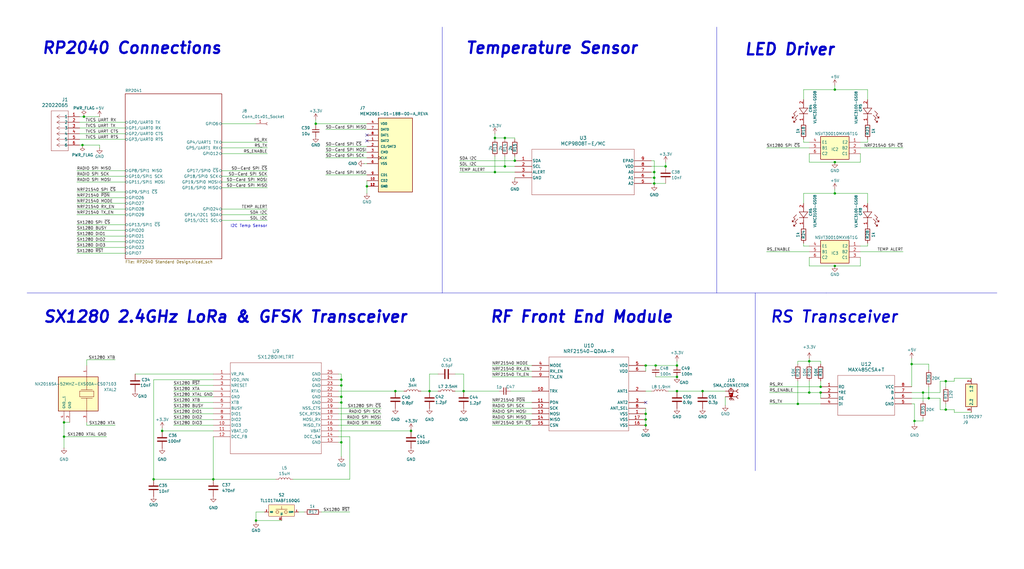
<source format=kicad_sch>
(kicad_sch (version 20231120) (generator "eeschema") (generator_version "8.0")
  (paper "User" 457.2 254)
  (title_block (title "Ground Communication System") (date "2024-12-17") (company "Porto Space Team") (comment 1 "Miguel Amorim"))
  (junction (at 163.83 83.185))
  (junction (at 412.115 175.26))
  (junction (at 292.1 81.915))
  (junction (at 292.1 79.375))
  (junction (at 302.26 168.275))
  (junction (at 72.39 192.405))
  (junction (at 220.98 61.595))
  (junction (at 366.395 172.72))
  (junction (at 408.305 187.96))
  (junction (at 28.575 194.945))
  (junction (at 152.4 179.705))
  (junction (at 297.18 74.295))
  (junction (at 37.465 52.07))
  (junction (at 372.745 40.005))
  (junction (at 372.745 118.745))
  (junction (at 361.315 175.26))
  (junction (at 288.29 184.785))
  (junction (at 302.26 174.625))
  (junction (at 183.515 192.405))
  (junction (at 152.4 169.545))
  (junction (at 372.745 86.36))
  (junction (at 422.275 182.88))
  (junction (at 140.97 55.245))
  (junction (at 288.29 187.325))
  (junction (at 207.01 174.625))
  (junction (at 292.1 76.835))
  (junction (at 225.425 61.595))
  (junction (at 313.69 174.625))
  (junction (at 95.25 213.995))
  (junction (at 28.575 188.595))
  (junction (at 220.98 76.835))
  (junction (at 176.53 174.625))
  (junction (at 152.4 177.165))
  (junction (at 302.26 163.195))
  (junction (at 356.235 180.34))
  (junction (at 366.395 175.26))
  (junction (at 292.735 163.195))
  (junction (at 288.29 163.195))
  (junction (at 191.77 174.625))
  (junction (at 68.58 213.995))
  (junction (at 152.4 172.085))
  (junction (at 36.83 64.77))
  (junction (at 225.425 74.295))
  (junction (at 152.4 197.485))
  (junction (at 422.275 170.18))
  (junction (at 288.29 189.865))
  (junction (at 361.315 161.29))
  (junction (at 372.745 72.39))
  (junction (at 414.655 177.8))
  (junction (at 407.035 162.56))
  (junction (at 114.3 232.41))
  (junction (at 229.87 71.755))
  (no_connect (at 163.83 60.325))
  (no_connect (at 288.29 179.705))
  (no_connect (at 163.83 62.865))
  (wire (pts (xy 55.88 107.95) (xy 34.29 107.95)))
  (polyline (pts (xy 337.185 130.81) (xy 337.185 210.185)))
  (wire (pts (xy 130.81 213.995) (xy 156.21 213.995)))
  (wire (pts (xy 55.88 113.03) (xy 34.29 113.03)))
  (wire (pts (xy 343.535 172.72) (xy 366.395 172.72)))
  (wire (pts (xy 207.01 174.625) (xy 222.885 174.625)))
  (wire (pts (xy 297.18 72.39) (xy 297.18 74.295)))
  (wire (pts (xy 288.29 174.625) (xy 290.83 174.625)))
  (wire (pts (xy 151.13 194.945) (xy 156.21 194.945)))
  (wire (pts (xy 219.71 182.245) (xy 237.49 182.245)))
  (wire (pts (xy 35.56 64.77) (xy 36.83 64.77)))
  (wire (pts (xy 433.705 168.91) (xy 426.085 168.91)))
  (wire (pts (xy 387.35 62.23) (xy 387.35 63.5)))
  (wire (pts (xy 99.06 78.74) (xy 119.38 78.74)))
  (wire (pts (xy 225.425 61.595) (xy 225.425 62.23)))
  (wire (pts (xy 290.83 74.295) (xy 297.18 74.295)))
  (wire (pts (xy 34.29 93.345) (xy 55.88 93.345)))
  (wire (pts (xy 123.19 213.995) (xy 95.25 213.995)))
  (wire (pts (xy 372.745 86.36) (xy 387.35 86.36)))
  (wire (pts (xy 292.1 79.375) (xy 290.83 79.375)))
  (wire (pts (xy 145.415 70.485) (xy 163.83 70.485)))
  (wire (pts (xy 203.2 174.625) (xy 207.01 174.625)))
  (wire (pts (xy 114.3 232.41) (xy 125.73 232.41)))
  (wire (pts (xy 313.69 174.625) (xy 323.85 174.625)))
  (wire (pts (xy 151.13 189.865) (xy 170.18 189.865)))
  (wire (pts (xy 227.965 174.625) (xy 237.49 174.625)))
  (wire (pts (xy 145.415 65.405) (xy 163.83 65.405)))
  (wire (pts (xy 34.29 76.2) (xy 55.88 76.2)))
  (wire (pts (xy 407.035 180.34) (xy 408.305 180.34)))
  (wire (pts (xy 162.56 73.025) (xy 163.83 73.025)))
  (wire (pts (xy 219.71 165.735) (xy 237.49 165.735)))
  (wire (pts (xy 220.98 76.835) (xy 229.87 76.835)))
  (wire (pts (xy 99.06 68.58) (xy 119.38 68.58)))
  (wire (pts (xy 35.56 52.07) (xy 37.465 52.07)))
  (polyline (pts (xy 368.935 130.81) (xy 445.135 130.81)))
  (wire (pts (xy 28.575 188.595) (xy 28.575 194.945)))
  (wire (pts (xy 361.315 161.29) (xy 361.315 160.02)))
  (wire (pts (xy 372.745 38.1) (xy 372.745 40.005)))
  (wire (pts (xy 361.315 161.29) (xy 366.395 161.29)))
  (wire (pts (xy 288.29 187.325) (xy 288.29 189.865)))
  (wire (pts (xy 95.25 213.995) (xy 95.25 194.945)))
  (wire (pts (xy 372.745 40.005) (xy 387.35 40.005)))
  (wire (pts (xy 191.77 174.625) (xy 191.77 167.005)))
  (wire (pts (xy 119.38 93.345) (xy 99.06 93.345)))
  (wire (pts (xy 356.235 170.18) (xy 356.235 180.34)))
  (wire (pts (xy 55.88 105.41) (xy 34.29 105.41)))
  (wire (pts (xy 358.775 63.5) (xy 361.315 63.5)))
  (wire (pts (xy 298.45 174.625) (xy 302.26 174.625)))
  (wire (pts (xy 28.575 194.945) (xy 47.625 194.945)))
  (wire (pts (xy 203.2 167.005) (xy 207.01 167.005)))
  (wire (pts (xy 356.235 162.56) (xy 356.235 161.29)))
  (wire (pts (xy 220.98 61.595) (xy 225.425 61.595)))
  (wire (pts (xy 414.655 165.1) (xy 414.655 162.56)))
  (wire (pts (xy 361.315 118.745) (xy 372.745 118.745)))
  (wire (pts (xy 34.29 90.805) (xy 55.88 90.805)))
  (wire (pts (xy 387.35 40.005) (xy 387.35 44.45)))
  (wire (pts (xy 152.4 172.085) (xy 152.4 177.165)))
  (wire (pts (xy 292.1 81.915) (xy 297.18 81.915)))
  (wire (pts (xy 292.1 76.835) (xy 292.1 79.375)))
  (wire (pts (xy 407.035 177.8) (xy 414.655 177.8)))
  (wire (pts (xy 152.4 179.705) (xy 152.4 197.485)))
  (wire (pts (xy 187.96 174.625) (xy 191.77 174.625)))
  (wire (pts (xy 366.395 170.18) (xy 366.395 172.72)))
  (wire (pts (xy 288.29 189.865) (xy 288.29 190.5)))
  (wire (pts (xy 44.45 64.77) (xy 44.45 66.04)))
  (wire (pts (xy 114.3 228.6) (xy 118.11 228.6)))
  (wire (pts (xy 163.83 83.185) (xy 163.83 80.645)))
  (wire (pts (xy 35.56 62.23) (xy 55.88 62.23)))
  (wire (pts (xy 343.535 175.26) (xy 361.315 175.26)))
  (wire (pts (xy 412.115 187.96) (xy 412.115 186.69)))
  (wire (pts (xy 156.21 194.945) (xy 156.21 213.995)))
  (wire (pts (xy 207.01 167.005) (xy 207.01 174.625)))
  (wire (pts (xy 34.29 78.74) (xy 55.88 78.74)))
  (wire (pts (xy 68.58 169.545) (xy 68.58 213.995)))
  (wire (pts (xy 205.105 74.295) (xy 225.425 74.295)))
  (polyline (pts (xy 197.485 12.065) (xy 197.485 130.81)))
  (wire (pts (xy 72.39 192.405) (xy 95.25 192.405)))
  (wire (pts (xy 60.325 167.005) (xy 95.25 167.005)))
  (wire (pts (xy 426.085 184.15) (xy 426.085 182.88)))
  (wire (pts (xy 414.655 172.72) (xy 414.655 177.8)))
  (wire (pts (xy 151.13 167.005) (xy 152.4 167.005)))
  (wire (pts (xy 422.275 170.18) (xy 422.275 172.72)))
  (wire (pts (xy 145.415 67.945) (xy 163.83 67.945)))
  (wire (pts (xy 229.87 61.595) (xy 229.87 62.23)))
  (wire (pts (xy 407.035 162.56) (xy 407.035 172.72)))
  (wire (pts (xy 151.13 179.705) (xy 152.4 179.705)))
  (wire (pts (xy 205.105 71.755) (xy 229.87 71.755)))
  (wire (pts (xy 205.105 76.835) (xy 220.98 76.835)))
  (wire (pts (xy 77.47 187.325) (xy 95.25 187.325)))
  (wire (pts (xy 114.3 233.045) (xy 114.3 232.41)))
  (wire (pts (xy 358.775 62.23) (xy 358.775 63.5)))
  (wire (pts (xy 384.175 72.39) (xy 384.175 68.58)))
  (polyline (pts (xy 320.04 12.065) (xy 320.04 130.81)))
  (wire (pts (xy 361.315 175.26) (xy 366.395 175.26)))
  (wire (pts (xy 151.13 172.085) (xy 152.4 172.085)))
  (wire (pts (xy 37.465 52.07) (xy 44.45 52.07)))
  (wire (pts (xy 28.575 188.595) (xy 31.115 188.595)))
  (wire (pts (xy 99.06 81.28) (xy 119.38 81.28)))
  (wire (pts (xy 358.775 108.585) (xy 358.775 109.855)))
  (wire (pts (xy 133.35 228.6) (xy 135.89 228.6)))
  (wire (pts (xy 55.88 110.49) (xy 34.29 110.49)))
  (wire (pts (xy 151.13 169.545) (xy 152.4 169.545)))
  (wire (pts (xy 151.13 177.165) (xy 152.4 177.165)))
  (wire (pts (xy 151.13 182.245) (xy 170.18 182.245)))
  (wire (pts (xy 77.47 177.165) (xy 95.25 177.165)))
  (wire (pts (xy 419.735 175.26) (xy 419.735 170.18)))
  (wire (pts (xy 38.735 189.865) (xy 51.435 189.865)))
  (wire (pts (xy 191.77 167.005) (xy 195.58 167.005)))
  (wire (pts (xy 361.315 66.04) (xy 342.265 66.04)))
  (wire (pts (xy 292.735 163.195) (xy 302.26 163.195)))
  (wire (pts (xy 220.98 76.835) (xy 220.98 69.85)))
  (wire (pts (xy 408.305 187.96) (xy 408.305 189.23)))
  (wire (pts (xy 163.83 83.185) (xy 163.83 86.36)))
  (wire (pts (xy 140.97 55.245) (xy 163.83 55.245)))
  (wire (pts (xy 358.775 109.855) (xy 361.315 109.855)))
  (wire (pts (xy 151.13 192.405) (xy 183.515 192.405)))
  (wire (pts (xy 145.415 57.785) (xy 163.83 57.785)))
  (wire (pts (xy 356.235 180.34) (xy 366.395 180.34)))
  (wire (pts (xy 151.13 187.325) (xy 170.18 187.325)))
  (wire (pts (xy 219.71 163.195) (xy 237.49 163.195)))
  (wire (pts (xy 414.655 162.56) (xy 407.035 162.56)))
  (wire (pts (xy 152.4 177.165) (xy 152.4 179.705)))
  (wire (pts (xy 426.085 170.18) (xy 422.275 170.18)))
  (wire (pts (xy 151.13 184.785) (xy 170.18 184.785)))
  (wire (pts (xy 219.71 168.275) (xy 237.49 168.275)))
  (wire (pts (xy 229.87 71.755) (xy 229.87 69.85)))
  (wire (pts (xy 151.13 174.625) (xy 176.53 174.625)))
  (wire (pts (xy 99.06 63.5) (xy 119.38 63.5)))
  (wire (pts (xy 366.395 175.26) (xy 366.395 177.8)))
  (wire (pts (xy 412.115 175.26) (xy 419.735 175.26)))
  (wire (pts (xy 77.47 179.705) (xy 95.25 179.705)))
  (wire (pts (xy 68.58 169.545) (xy 95.25 169.545)))
  (wire (pts (xy 99.06 83.82) (xy 119.38 83.82)))
  (wire (pts (xy 433.705 184.15) (xy 426.085 184.15)))
  (wire (pts (xy 35.56 57.15) (xy 55.88 57.15)))
  (wire (pts (xy 408.305 187.96) (xy 412.115 187.96)))
  (wire (pts (xy 225.425 69.85) (xy 225.425 74.295)))
  (wire (pts (xy 387.35 63.5) (xy 384.175 63.5)))
  (wire (pts (xy 152.4 169.545) (xy 152.4 172.085)))
  (wire (pts (xy 288.29 163.195) (xy 292.735 163.195)))
  (wire (pts (xy 119.38 98.425) (xy 99.06 98.425)))
  (wire (pts (xy 219.71 189.865) (xy 237.49 189.865)))
  (wire (pts (xy 356.235 161.29) (xy 361.315 161.29)))
  (wire (pts (xy 152.4 167.005) (xy 152.4 169.545)))
  (wire (pts (xy 191.77 174.625) (xy 195.58 174.625)))
  (wire (pts (xy 384.175 118.745) (xy 384.175 114.935)))
  (wire (pts (xy 290.83 71.755) (xy 292.1 71.755)))
  (wire (pts (xy 220.98 61.595) (xy 220.98 62.23)))
  (wire (pts (xy 35.56 59.69) (xy 55.88 59.69)))
  (wire (pts (xy 151.13 197.485) (xy 152.4 197.485)))
  (wire (pts (xy 422.275 180.34) (xy 422.275 182.88)))
  (wire (pts (xy 288.29 163.195) (xy 288.29 165.735)))
  (wire (pts (xy 38.735 163.195) (xy 38.735 160.655)))
  (wire (pts (xy 361.315 112.395) (xy 342.265 112.395)))
  (wire (pts (xy 34.29 100.33) (xy 55.88 100.33)))
  (wire (pts (xy 387.35 109.855) (xy 384.175 109.855)))
  (wire (pts (xy 403.225 66.04) (xy 384.175 66.04)))
  (wire (pts (xy 140.97 53.34) (xy 140.97 55.245)))
  (wire (pts (xy 219.71 179.705) (xy 237.49 179.705)))
  (wire (pts (xy 143.51 228.6) (xy 156.21 228.6)))
  (wire (pts (xy 288.29 184.785) (xy 288.29 187.325)))
  (wire (pts (xy 35.56 54.61) (xy 55.88 54.61)))
  (wire (pts (xy 34.29 85.725) (xy 55.88 85.725)))
  (wire (pts (xy 372.745 118.745) (xy 384.175 118.745)))
  (wire (pts (xy 38.735 188.595) (xy 38.735 189.865)))
  (wire (pts (xy 292.1 71.755) (xy 292.1 76.835)))
  (wire (pts (xy 34.29 95.885) (xy 55.88 95.885)))
  (wire (pts (xy 292.1 81.915) (xy 292.1 82.55)))
  (wire (pts (xy 387.35 108.585) (xy 387.35 109.855)))
  (wire (pts (xy 68.58 213.995) (xy 95.25 213.995)))
  (wire (pts (xy 28.575 194.945) (xy 28.575 200.025)))
  (wire (pts (xy 220.98 59.69) (xy 220.98 61.595)))
  (wire (pts (xy 419.735 177.8) (xy 419.735 182.88)))
  (wire (pts (xy 426.085 168.91) (xy 426.085 170.18)))
  (wire (pts (xy 358.775 44.45) (xy 358.775 40.005)))
  (wire (pts (xy 145.415 78.105) (xy 163.83 78.105)))
  (wire (pts (xy 358.775 86.36) (xy 372.745 86.36)))
  (wire (pts (xy 387.35 86.36) (xy 387.35 90.805)))
  (wire (pts (xy 119.38 95.885) (xy 99.06 95.885)))
  (wire (pts (xy 34.29 88.265) (xy 55.88 88.265)))
  (wire (pts (xy 292.1 76.835) (xy 290.83 76.835)))
  (wire (pts (xy 343.535 180.34) (xy 356.235 180.34)))
  (wire (pts (xy 412.115 175.26) (xy 412.115 179.07)))
  (wire (pts (xy 72.39 191.135) (xy 72.39 192.405)))
  (wire (pts (xy 361.315 68.58) (xy 361.315 72.39)))
  (wire (pts (xy 414.655 177.8) (xy 419.735 177.8)))
  (wire (pts (xy 361.315 170.18) (xy 361.315 175.26)))
  (wire (pts (xy 292.1 79.375) (xy 292.1 81.915)))
  (wire (pts (xy 366.395 162.56) (xy 366.395 161.29)))
  (wire (pts (xy 358.775 90.805) (xy 358.775 86.36)))
  (wire (pts (xy 358.775 40.005) (xy 372.745 40.005)))
  (wire (pts (xy 140.97 55.245) (xy 140.97 55.88)))
  (wire (pts (xy 229.87 80.01) (xy 229.87 79.375)))
  (wire (pts (xy 77.47 184.785) (xy 95.25 184.785)))
  (wire (pts (xy 288.29 182.245) (xy 288.29 184.785)))
  (wire (pts (xy 34.29 81.28) (xy 55.88 81.28)))
  (wire (pts (xy 114.3 232.41) (xy 114.3 228.6)))
  (wire (pts (xy 183.515 192.405) (xy 183.515 191.77)))
  (wire (pts (xy 225.425 61.595) (xy 229.87 61.595)))
  (wire (pts (xy 219.71 184.785) (xy 237.49 184.785)))
  (wire (pts (xy 407.035 160.02) (xy 407.035 162.56)))
  (wire (pts (xy 77.47 182.245) (xy 95.25 182.245)))
  (wire (pts (xy 292.735 168.275) (xy 302.26 168.275)))
  (wire (pts (xy 372.745 72.39) (xy 384.175 72.39)))
  (wire (pts (xy 292.1 81.915) (xy 290.83 81.915)))
  (wire (pts (xy 36.83 64.77) (xy 44.45 64.77)))
  (wire (pts (xy 408.305 180.34) (xy 408.305 187.96)))
  (wire (pts (xy 407.035 175.26) (xy 412.115 175.26)))
  (wire (pts (xy 77.47 174.625) (xy 95.25 174.625)))
  (wire (pts (xy 99.06 76.2) (xy 119.38 76.2)))
  (wire (pts (xy 302.26 174.625) (xy 313.69 174.625)))
  (wire (pts (xy 219.71 187.325) (xy 237.49 187.325)))
  (wire (pts (xy 403.225 112.395) (xy 384.175 112.395)))
  (wire (pts (xy 372.745 84.455) (xy 372.745 86.36)))
  (wire (pts (xy 99.06 55.245) (xy 114.3 55.245)))
  (wire (pts (xy 419.735 170.18) (xy 422.275 170.18)))
  (wire (pts (xy 323.85 177.165) (xy 323.85 180.975)))
  (wire (pts (xy 361.315 72.39) (xy 372.745 72.39)))
  (wire (pts (xy 361.315 161.29) (xy 361.315 162.56)))
  (wire (pts (xy 99.06 66.04) (xy 119.38 66.04)))
  (wire (pts (xy 38.735 160.655) (xy 51.435 160.655)))
  (wire (pts (xy 225.425 74.295) (xy 229.87 74.295)))
  (wire (pts (xy 302.26 161.29) (xy 302.26 163.195)))
  (wire (pts (xy 419.735 182.88) (xy 422.275 182.88)))
  (wire (pts (xy 77.47 189.865) (xy 95.25 189.865)))
  (wire (pts (xy 426.085 182.88) (xy 422.275 182.88)))
  (wire (pts (xy 361.315 114.935) (xy 361.315 118.745)))
  (wire (pts (xy 176.53 174.625) (xy 180.34 174.625)))
  (wire (pts (xy 77.47 172.085) (xy 95.25 172.085)))
  (polyline (pts (xy 12.065 130.81) (xy 368.935 130.81)))
  (wire (pts (xy 152.4 197.485) (xy 152.4 203.835)))
  (wire (pts (xy 55.88 102.87) (xy 34.29 102.87)))
  (text "Temperature Sensor" (at 207.645 21.59 0) (effects (font (size 5.08 5.08) (thickness 1.016) (bold yes) (italic yes)) (justify left)))
  (text "LED Driver\n" (at 332.105 22.225 0) (effects (font (size 5.08 5.08) (thickness 1.016) (bold yes) (italic yes)) (justify left)))
  (text "RP2040 Connections" (at 18.415 21.59 0) (effects (font (size 5.08 5.08) (thickness 1.016) (bold yes) (italic yes)) (justify left)))
  (text "SX1280 2.4GHz LoRa & GFSK Transceiver" (at 19.05 141.605 0) (effects (font (size 5.08 5.08) (thickness 1.016) (bold yes) (italic yes)) (justify left)))
  (text "RS Transceiver" (at 343.535 141.605 0) (effects (font (size 5.08 5.08) (thickness 0.8636) (bold yes) (italic yes)) (justify left)))
  (text "RF Front End Module" (at 218.44 141.605 0) (effects (font (size 5.08 5.08) (thickness 1.016) (bold yes) (italic yes)) (justify left)))
  (text "I2C Temp Sensor\n" (at 111.125 100.965 0) (effects (font (size 1.27 1.27))))
  (label "RADIO SPI MOSI" (at 34.29 81.28 0))
  (label "TVCS UART RX" (at 38.1 54.61 0))
  (label "SX1280 DIO1" (at 34.29 105.41 0))
  (label "SX1280 SPI ~{CS}" (at 342.265 66.04 0))
  (label "SX1280 XTB" (at 51.435 160.655 180))
  (label "RADIO SPI MISO" (at 219.71 187.325 0))
  (label "NRF21540 ~{PDN}" (at 34.29 88.265 0))
  (label "TEMP ALERT" (at 119.38 93.345 180))
  (label "RADIO SPI MISO" (at 170.18 189.865 180))
  (label "SX1280 DIO3" (at 34.29 110.49 0))
  (label "SD-Card SPI SCK" (at 145.415 70.485 0))
  (label "SX1280 DIO2" (at 34.29 107.95 0))
  (label "RADIO SPI SCK" (at 34.29 78.74 0))
  (label "SD-Card SPI MISO" (at 145.415 78.105 0))
  (label "RS_ENABLE" (at 343.535 175.26 0))
  (label "SD-Card SPI MISO" (at 119.38 83.82 180))
  (label "SD-Card SPI ~{CS}" (at 119.38 76.2 180))
  (label "NRF21540 ~{PDN}" (at 219.71 179.705 0))
  (label "NRF21540 TX_EN" (at 219.71 168.275 0))
  (label "NRF21540 TX_EN" (at 34.29 95.885 0))
  (label "RADIO SPI SCK" (at 219.71 182.245 0))
  (label "RS_RX" (at 343.535 172.72 0))
  (label "SX1280 SPI ~{CS}" (at 170.18 182.245 180))
  (label "RADIO SPI MOSI" (at 170.18 187.325 180))
  (label "SDL I2C" (at 119.38 98.425 180))
  (label "SX1280 XTB" (at 77.47 179.705 0))
  (label "SD-Card SPI MOSI" (at 145.415 67.945 0))
  (label "SDA I2C" (at 119.38 95.885 180))
  (label "RS_TX" (at 343.535 180.34 0))
  (label "SDA I2C" (at 205.105 71.755 0))
  (label "SX1280 XTA" (at 51.435 189.865 180))
  (label "NRF21540 RX_EN" (at 219.71 165.735 0))
  (label "NRF21540 MODE" (at 219.71 163.195 0))
  (label "TEMP ALERT" (at 205.105 76.835 0))
  (label "RADIO SPI SCK" (at 170.18 184.785 180))
  (label "NRF21540 SPI ~{CS}" (at 219.71 189.865 0))
  (label "SX1280 SPI ~{CS}" (at 34.29 100.33 0))
  (label "RADIO SPI MOSI" (at 219.71 184.785 0))
  (label "NRF21540 MODE" (at 34.29 90.805 0))
  (label "SX1280 ~{RST}" (at 77.47 172.085 0))
  (label "TEMP ALERT" (at 403.225 112.395 180))
  (label "TVCS UART RTS" (at 38.1 62.23 0))
  (label "RS_RX" (at 119.38 63.5 180))
  (label "SX1280 XTAL GND" (at 77.47 177.165 0))
  (label "NRF21540 SPI ~{CS}" (at 403.225 66.04 180))
  (label "SX1280 ~{RST}" (at 156.21 228.6 180))
  (label "RS_ENABLE" (at 119.38 68.58 180))
  (label "TVCS UART CTS" (at 38.1 59.69 0))
  (label "SX1280 XTA" (at 77.47 174.625 0))
  (label "SDL I2C" (at 205.105 74.295 0))
  (label "RS_ENABLE" (at 342.265 112.395 0))
  (label "SX1280 ~{RST}" (at 34.29 113.03 0))
  (label "NRF21540 RX_EN" (at 34.29 93.345 0))
  (label "SD-Card SPI SCK" (at 119.38 78.74 180))
  (label "SX1280 DIO3" (at 77.47 189.865 0))
  (label "SX1280 DIO2" (at 77.47 187.325 0))
  (label "SX1280 DIO1" (at 77.47 184.785 0))
  (label "SD-Card SPI ~{CS}" (at 145.415 65.405 0))
  (label "NRF21540 SPI ~{CS}" (at 34.29 85.725 0))
  (label "SX1280 XTAL GND" (at 47.625 194.945 180))
  (label "RADIO SPI MISO" (at 34.29 76.2 0))
  (label "SD-Card SPI MISO" (at 145.415 57.785 0))
  (label "SD-Card SPI MOSI" (at 119.38 81.28 180))
  (label "RS_TX" (at 119.38 66.04 180))
  (label "TVCS UART TX" (at 38.1 57.15 0))
  (label "SX1280 BUSY" (at 77.47 182.245 0))
  (label "SX1280 BUSY" (at 34.29 102.87 0))
  (symbol (lib_id "Device:L") (at 127 213.995 90) (unit 1)
    (property "Reference" "L5" (at 127 208.915 90))
    (property "Value" "15uH" (at 127 211.455 90))
    (property "Footprint" "Inductor-0805:IND_15uH_0805" (effects (hide yes)))
    (property "Description" "Inductor" (effects (hide yes)))
  )
  (symbol (lib_id "power:GND") (at 183.515 200.025 0) (unit 1)
    (property "Reference" "#PWR073" (effects (hide yes)))
    (property "Value" "GND" (at 183.515 205.105 0))
    (property "Description" "Power symbol creates a global label with name \"GND\" , ground" (effects (hide yes)))
  )
  (symbol (lib_id "power:+5V") (at 372.745 84.455 0) (unit 1)
    (property "Reference" "#PWR02" (effects (hide yes)))
    (property "Value" "+5V" (at 372.745 80.645 0))
    (property "Description" "Power symbol creates a global label with name \"+5V\"" (effects (hide yes)))
  )
  (symbol (lib_id "Device:R") (at 229.87 66.04 0) (unit 1)
    (property "Reference" "R15" (at 229.87 67.945 90) (effects (justify left)))
    (property "Value" "2k" (at 227.965 67.31 90) (effects (justify left)))
    (property "Footprint" "Resistor-0402:RES_0402" (effects (hide yes)))
    (property "Description" "Resistor" (effects (hide yes)))
  )
  (symbol (lib_id "NRF21540-QDAA-R:NRF21540-QDAA-R") (at 237.49 164.465 0) (unit 1)
    (property "Reference" "U10" (at 262.89 154.305 0) (effects (font (size 1.524 1.524))))
    (property "Value" "NRF21540-QDAA-R" (at 262.89 156.845 0) (effects (font (size 1.524 1.524))))
    (property "Footprint" "QFN16_4X4_NOR" (effects (hide yes)))
    (property "Datasheet" "NRF21540-QDAA-R" (effects (hide yes)))
  )
  (symbol (lib_id "MCP9808:MCP9808T-E_MC") (at 229.87 71.755 0) (unit 1)
    (property "Reference" "U3" (at 260.35 61.595 0) (effects (font (size 1.524 1.524))))
    (property "Value" "MCP9808T-E/MC" (at 260.35 64.135 0) (effects (font (size 1.524 1.524))))
    (property "Footprint" "MCP9808-TempSensor:DFN8_2x3MC_MCH" (effects (hide yes)))
    (property "Datasheet" "MCP9808T-E/MC" (effects (hide yes)))
  )
  (symbol (lib_id "Device:R") (at 220.98 66.04 0) (unit 1)
    (property "Reference" "R13" (at 220.98 67.945 90) (effects (justify left)))
    (property "Value" "2k" (at 219.075 67.31 90) (effects (justify left)))
    (property "Footprint" "Resistor-0402:RES_0402" (effects (hide yes)))
    (property "Description" "Resistor" (effects (hide yes)))
  )
  (symbol (lib_id "Device:C_Small") (at 302.26 165.735 0) (unit 1)
    (property "Reference" "C49" (at 304.165 164.465 0) (effects (justify left)))
    (property "Value" "100n" (at 304.165 167.005 0) (effects (justify left)))
    (property "Footprint" "Capacitor-0402:Capacitor_0402" (effects (hide yes)))
    (property "Description" "Unpolarized capacitor, small symbol" (effects (hide yes)))
  )
  (symbol (lib_id "Device:C") (at 302.26 178.435 0) (unit 1)
    (property "Reference" "C50" (at 304.8 177.165 0) (effects (justify left)))
    (property "Value" "0.9p" (at 304.8 179.705 0) (effects (justify left)))
    (property "Footprint" "Capacitor-0402:Capacitor_0402" (effects (hide yes)))
    (property "Description" "Unpolarized capacitor" (effects (hide yes)))
  )
  (symbol (lib_id "Device:C") (at 183.515 196.215 0) (unit 1)
    (property "Reference" "C41" (at 186.055 194.945 0) (effects (justify left)))
    (property "Value" "100nF" (at 186.055 197.485 0) (effects (justify left)))
    (property "Footprint" "Capacitor-0402:Capacitor_0402" (effects (hide yes)))
    (property "Description" "Unpolarized capacitor" (effects (hide yes)))
  )
  (symbol (lib_id "power:+3.3V") (at 72.39 191.135 0) (unit 1)
    (property "Reference" "#PWR059" (effects (hide yes)))
    (property "Value" "+3.3V" (at 72.39 187.325 0))
    (property "Description" "Power symbol creates a global label with name \"+3.3V\"" (effects (hide yes)))
  )
  (symbol (lib_id "power:GND") (at 372.745 72.39 0) (unit 1)
    (property "Reference" "#PWR070" (effects (hide yes)))
    (property "Value" "GND" (at 372.745 76.2 0))
    (property "Description" "Power symbol creates a global label with name \"GND\" , ground" (effects (hide yes)))
  )
  (symbol (lib_id "power:GND") (at 60.325 174.625 0) (unit 1)
    (property "Reference" "#PWR053" (effects (hide yes)))
    (property "Value" "GND" (at 63.627 176.911 0))
    (property "Description" "Power symbol creates a global label with name \"GND\" , ground" (effects (hide yes)))
  )
  (symbol (lib_id "power:GND") (at 313.69 182.245 0) (unit 1)
    (property "Reference" "#PWR086" (effects (hide yes)))
    (property "Value" "GND" (at 313.69 186.055 0))
    (property "Description" "Power symbol creates a global label with name \"GND\" , ground" (effects (hide yes)))
  )
  (symbol (lib_id "Device:R") (at 366.395 166.37 0) (unit 1)
    (property "Reference" "R31" (at 366.395 168.148 90) (effects (justify left)))
    (property "Value" "10K" (at 364.363 168.148 90) (effects (justify left)))
    (property "Footprint" "Resistor-0402:RES_0402" (effects (hide yes)))
    (property "Description" "Resistor" (effects (hide yes)))
  )
  (symbol (lib_id "Device:C_Small") (at 140.97 58.42 0) (mirror y) (unit 1)
    (property "Reference" "C39" (at 138.43 57.15 0) (effects (justify left)))
    (property "Value" "10u" (at 138.43 59.69 0) (effects (justify left)))
    (property "Description" "Unpolarized capacitor, small symbol" (effects (hide yes)))
  )
  (symbol (lib_id "Device:C") (at 176.53 178.435 0) (unit 1)
    (property "Reference" "C40" (at 179.324 177.419 0) (effects (justify left)))
    (property "Value" "0.8pF" (at 179.324 179.959 0) (effects (justify left)))
    (property "Footprint" "Capacitor-0402:Capacitor_0402" (effects (hide yes)))
    (property "Description" "Unpolarized capacitor" (effects (hide yes)))
  )
  (symbol (lib_id "NSVT30010MXV6T1G:NSVT30010MXV6T1G") (at 384.175 109.855 0) (mirror y) (unit 1)
    (property "Reference" "IC3" (at 372.745 113.03 0))
    (property "Value" "NSVT30010MXV6T1G" (at 373.38 106.045 0))
    (property "Footprint" "2 PNP:SOTFL50P160X60-6N" (effects (hide yes)))
    (property "Datasheet" "https://www.onsemi.com/pub/Collateral/NST30010MXV6-D.PDF" (effects (hide yes)))
    (property "Description" "Current Gain Matching to 10%; Base-Emitter Voltage Matched to 2 mV; Drop-In Replacement for Standard Device; These are Pb-Free Devices; S and NSV Prefix for Automotive and Other Applications Requiring Unique Site and Control Change Requirements; AEC-Q101 Qualified and PPAP Capable" (effects (hide yes)))
    (property "Height" "0.6" (effects (hide yes)))
    (property "Mouser Part Number" "863-NSVT30010MXV6T1G" (effects (hide yes)))
    (property "Mouser Price/Stock" "https://www.mouser.co.uk/ProductDetail/onsemi/NSVT30010MXV6T1G?qs=dchgzKpACvKgapfe7pOinw%3D%3D" (effects (hide yes)))
    (property "Manufacturer_Name" "onsemi" (effects (hide yes)))
    (property "Manufacturer_Part_Number" "NSVT30010MXV6T1G" (effects (hide yes)))
  )
  (symbol (lib_id "Device:C") (at 60.325 170.815 0) (unit 1)
    (property "Reference" "C34" (at 63.119 169.545 0) (effects (justify left)))
    (property "Value" "10nF" (at 62.611 172.085 0) (effects (justify left)))
    (property "Footprint" "Capacitor-0402:Capacitor_0402" (effects (hide yes)))
    (property "Description" "Unpolarized capacitor" (effects (hide yes)))
  )
  (symbol (lib_id "power:GND") (at 152.4 203.835 0) (unit 1)
    (property "Reference" "#PWR067" (effects (hide yes)))
    (property "Value" "GND" (at 152.4 207.645 0))
    (property "Description" "Power symbol creates a global label with name \"GND\" , ground" (effects (hide yes)))
  )
  (symbol (lib_id "Device:C") (at 68.58 217.805 0) (unit 1)
    (property "Reference" "C35" (at 70.866 216.789 0) (effects (justify left)))
    (property "Value" "10nF" (at 70.866 219.329 0) (effects (justify left)))
    (property "Footprint" "Capacitor-0402:Capacitor_0402" (effects (hide yes)))
    (property "Description" "Unpolarized capacitor" (effects (hide yes)))
  )
  (symbol (lib_id "Device:C") (at 72.39 196.215 0) (unit 1)
    (property "Reference" "C36" (at 75.184 194.437 0) (effects (justify left)))
    (property "Value" "100nF" (at 74.93 196.977 0) (effects (justify left)))
    (property "Footprint" "Capacitor-0402:Capacitor_0402" (effects (hide yes)))
    (property "Description" "Unpolarized capacitor" (effects (hide yes)))
  )
  (symbol (lib_id "Device:C") (at 207.01 178.435 0) (unit 1)
    (property "Reference" "C44" (at 209.55 177.419 0) (effects (justify left)))
    (property "Value" "1.2pF" (at 209.55 179.959 0) (effects (justify left)))
    (property "Footprint" "Capacitor-0402:Capacitor_0402" (effects (hide yes)))
    (property "Description" "Unpolarized capacitor" (effects (hide yes)))
  )
  (symbol (lib_id "1190297:1190297") (at 432.435 166.37 90) (mirror x) (unit 1)
    (property "Reference" "J9" (at 429.895 188.595 90) (effects (justify right)))
    (property "Value" "1190297" (at 429.895 186.055 90) (effects (justify right)))
    (property "Footprint" "1190297" (effects (hide yes)))
    (property "Datasheet" "https://g.componentsearchengine.com/Datasheets/0/15169004.pdf" (effects (hide yes)))
    (property "Description" "PCB terminal block, nominal current: 24 A, rated voltage (III/2): 400 V, nominal cross section: 2.5 mm2, number of potentials: 2, number of rows: 1, number of positions per row: 2, product range: LPT 2,5/, pitch: 5 mm, connection method: Lever Push-in connection, mounting: Wave soldering, conductor/PCB connection direction: 0 , color: green, Pin layout: Linear pinning, Solder pin [P]: 3.5 mm, type of packaging: packed in cardboard" (effects (hide yes)))
    (property "Height" "23.58" (effects (hide yes)))
    (property "Mouser Part Number" "651-1190297" (effects (hide yes)))
    (property "Mouser Price/Stock" "https://www.mouser.co.uk/ProductDetail/Phoenix-Contact/1190297?qs=QNEnbhJQKvaBinyAO%252BdsFA%3D%3D" (effects (hide yes)))
    (property "Manufacturer_Name" "Phoenix Contact" (effects (hide yes)))
    (property "Manufacturer_Part_Number" "1190297" (effects (hide yes)))
  )
  (symbol (lib_id "power:GND") (at 163.83 86.36 0) (unit 1)
    (property "Reference" "#PWR069" (effects (hide yes)))
    (property "Value" "GND" (at 163.83 90.17 0))
    (property "Description" "Power symbol creates a global label with name \"GND\" , ground" (effects (hide yes)))
  )
  (symbol (lib_id "power:GND") (at 302.26 182.245 0) (unit 1)
    (property "Reference" "#PWR085" (effects (hide yes)))
    (property "Value" "GND" (at 302.26 186.055 0))
    (property "Description" "Power symbol creates a global label with name \"GND\" , ground" (effects (hide yes)))
  )
  (symbol (lib_id "GreenLED__VLMC3100-GS08:VLMC3100-GS08") (at 387.35 90.805 270) (unit 1)
    (property "Reference" "CR8" (at 384.175 92.71 0) (effects (font (size 1.143 1.143)) (justify left)))
    (property "Value" "VLMC3100-GS08" (at 382.27 86.995 0) (effects (font (size 1.143 1.143)) (justify left)))
    (property "Footprint" "LED-Green_VLMC3100-GS08:LED_PLCC_VSMB" (effects (hide yes)))
    (property "Datasheet" "VLMC3100-GS08" (effects (hide yes)))
  )
  (symbol (lib_id "Device:R") (at 361.315 166.37 0) (unit 1)
    (property "Reference" "R30" (at 361.315 168.275 90) (effects (justify left)))
    (property "Value" "10K" (at 359.283 168.148 90) (effects (justify left)))
    (property "Footprint" "Resistor-0402:RES_0402" (effects (hide yes)))
    (property "Description" "Resistor" (effects (hide yes)))
  )
  (symbol (lib_id "SMA_CONNECTOR:SMA_CONNECTOR") (at 326.39 174.625 0) (mirror y) (unit 1)
    (property "Reference" "J10" (at 326.39 169.799 0))
    (property "Value" "SMA_CONNECTOR" (at 326.39 172.085 0))
    (property "Footprint" "SMA_CONNECTOR:LPRS_SMA_CONNECTOR" (effects (hide yes)))
    (property "MF" "LPRS" (effects (hide yes)))
    (property "MAXIMUM_PACKAGE_HEIGHT" "8.3 mm" (effects (hide yes)))
    (property "Package" "None" (effects (hide yes)))
    (property "Price" "None" (effects (hide yes)))
    (property "Check_prices" "https://www.snapeda.com/parts/SMA%20CONNECTOR/LPRS/view-part/?ref=eda" (effects (hide yes)))
    (property "STANDARD" "Manufacturer Recommendations" (effects (hide yes)))
    (property "PARTREV" "1.3" (effects (hide yes)))
    (property "SnapEDA_Link" "https://www.snapeda.com/parts/SMA%20CONNECTOR/LPRS/view-part/?ref=snap" (effects (hide yes)))
    (property "MP" "SMA CONNECTOR" (effects (hide yes)))
    (property "Purchase-URL" "https://www.snapeda.com/api/url_track_click_mouser/?unipart_id=4703486&manufacturer=LPRS&part_name=SMA CONNECTOR&search_term=None" (effects (hide yes)))
    (property "Description_1" "\n                        \n                            RF Coaxial Straight SMA Connector\n                        \n" (effects (hide yes)))
    (property "Availability" "In Stock" (effects (hide yes)))
    (property "MANUFACTURER" "LPRS" (effects (hide yes)))
  )
  (symbol (lib_id "power:+3.3V") (at 302.26 161.29 0) (unit 1)
    (property "Reference" "#PWR083" (effects (hide yes)))
    (property "Value" "+3.3V" (at 302.26 157.48 0))
    (property "Description" "Power symbol creates a global label with name \"+3.3V\"" (effects (hide yes)))
  )
  (symbol (lib_id "Device:C_Small") (at 225.425 174.625 90) (unit 1)
    (property "Reference" "C47" (at 229.87 172.72 90) (effects (justify left)))
    (property "Value" "1p" (at 224.155 172.72 90) (effects (justify left)))
    (property "Footprint" "Capacitor-0402:Capacitor_0402" (effects (hide yes)))
    (property "Description" "Unpolarized capacitor, small symbol" (effects (hide yes)))
  )
  (symbol (lib_id "Device:C") (at 95.25 217.805 0) (unit 1)
    (property "Reference" "C37" (at 99.06 216.5349 0) (effects (justify left)))
    (property "Value" "470nF" (at 99.06 219.0749 0) (effects (justify left)))
    (property "Footprint" "Capacitor-0402:Capacitor_0402" (effects (hide yes)))
    (property "Description" "Unpolarized capacitor" (effects (hide yes)))
  )
  (symbol (lib_id "power:GND") (at 162.56 73.025 270) (unit 1)
    (property "Reference" "#PWR068" (effects (hide yes)))
    (property "Value" "GND" (at 157.48 73.025 90))
    (property "Description" "Power symbol creates a global label with name \"GND\" , ground" (effects (hide yes)))
  )
  (symbol (lib_id "power:PWR_FLAG") (at 36.83 64.77 180) (unit 1)
    (property "Reference" "#FLG04" (effects (hide yes)))
    (property "Value" "PWR_FLAG" (at 36.83 69.215 0))
    (property "Description" "Special symbol for telling ERC where power comes from" (effects (hide yes)))
  )
  (symbol (lib_id "power:GND") (at 191.77 182.245 0) (unit 1)
    (property "Reference" "#PWR074" (effects (hide yes)))
    (property "Value" "GND" (at 191.77 187.325 0))
    (property "Description" "Power symbol creates a global label with name \"GND\" , ground" (effects (hide yes)))
  )
  (symbol (lib_id "power:GND") (at 229.87 80.01 0) (unit 1)
    (property "Reference" "#PWR028" (effects (hide yes)))
    (property "Value" "GND" (at 229.87 84.455 0))
    (property "Description" "Power symbol creates a global label with name \"GND\" , ground" (effects (hide yes)))
  )
  (symbol (lib_id "power:+5V") (at 407.035 160.02 0) (unit 1)
    (property "Reference" "#PWR04" (effects (hide yes)))
    (property "Value" "+5V" (at 407.035 156.21 0))
    (property "Description" "Power symbol creates a global label with name \"+5V\"" (effects (hide yes)))
  )
  (symbol (lib_id "Device:R") (at 387.35 58.42 180) (unit 1)
    (property "Reference" "R23" (at 387.35 60.325 90) (effects (justify right)))
    (property "Value" "1k" (at 389.89 59.69 90) (effects (justify right)))
    (property "Footprint" "Resistor-0402:RES_0402" (effects (hide yes)))
    (property "Description" "Resistor" (effects (hide yes)))
  )
  (symbol (lib_id "CONN_SA-4455_06_TE_MOL:22022065") (at 35.56 52.07 0) (mirror y) (unit 1)
    (property "Reference" "J1" (at 30.48 44.45 0) (effects (font (size 1.524 1.524)) (justify left)))
    (property "Value" "22022065" (at 30.48 46.99 0) (effects (font (size 1.524 1.524)) (justify left)))
    (property "Footprint" "CONN_SA-4455_06_TE_MOL" (effects (hide yes)))
    (property "Datasheet" "22022065" (effects (hide yes)))
  )
  (symbol (lib_id "power:+3.3V") (at 140.97 53.34 0) (unit 1)
    (property "Reference" "#PWR065" (effects (hide yes)))
    (property "Value" "+3.3V" (at 140.97 49.53 0))
    (property "Description" "Power symbol creates a global label with name \"+3.3V\"" (effects (hide yes)))
  )
  (symbol (lib_id "power:GND") (at 28.575 200.025 0) (unit 1)
    (property "Reference" "#PWR014" (effects (hide yes)))
    (property "Value" "GND" (at 28.575 205.105 0))
    (property "Description" "Power symbol creates a global label with name \"GND\" , ground" (effects (hide yes)))
  )
  (symbol (lib_id "power:+3.3V") (at 361.315 160.02 0) (mirror y) (unit 1)
    (property "Reference" "#PWR082" (effects (hide yes)))
    (property "Value" "+3.3V" (at 361.315 154.94 0))
    (property "Footprint" "RES_0402:RES_0402" (effects (hide yes)))
    (property "Description" "Power symbol creates a global label with name \"+3.3V\"" (effects (hide yes)))
  )
  (symbol (lib_id "power:+5V") (at 372.745 38.1 0) (unit 1)
    (property "Reference" "#PWR03" (effects (hide yes)))
    (property "Value" "+5V" (at 372.745 34.29 0))
    (property "Description" "Power symbol creates a global label with name \"+5V\"" (effects (hide yes)))
  )
  (symbol (lib_id "power:+3.3V") (at 183.515 191.77 0) (unit 1)
    (property "Reference" "#PWR072" (effects (hide yes)))
    (property "Value" "+3.3V" (at 183.515 187.96 0))
    (property "Description" "Power symbol creates a global label with name \"+3.3V\"" (effects (hide yes)))
  )
  (symbol (lib_id "power:PWR_FLAG") (at 37.465 52.07 0) (unit 1)
    (property "Reference" "#FLG05" (effects (hide yes)))
    (property "Value" "PWR_FLAG" (at 37.465 48.26 0))
    (property "Description" "Special symbol for telling ERC where power comes from" (effects (hide yes)))
  )
  (symbol (lib_id "power:GND") (at 44.45 66.04 0) (unit 1)
    (property "Reference" "#PWR027" (effects (hide yes)))
    (property "Value" "GND" (at 44.45 69.85 0))
    (property "Description" "Power symbol creates a global label with name \"GND\" , ground" (effects (hide yes)))
  )
  (symbol (lib_id "Device:R") (at 387.35 104.775 180) (unit 1)
    (property "Reference" "R28" (at 387.35 106.68 90) (effects (justify right)))
    (property "Value" "1k" (at 389.89 106.045 90) (effects (justify right)))
    (property "Footprint" "Resistor-0402:RES_0402" (effects (hide yes)))
    (property "Description" "Resistor" (effects (hide yes)))
  )
  (symbol (lib_id "power:GND") (at 176.53 182.245 0) (unit 1)
    (property "Reference" "#PWR071" (effects (hide yes)))
    (property "Value" "GND" (at 176.53 187.325 0))
    (property "Description" "Power symbol creates a global label with name \"GND\" , ground" (effects (hide yes)))
  )
  (symbol (lib_id "SX1280:SX1280IMLTRT") (at 95.25 167.005 0) (unit 1)
    (property "Reference" "U9" (at 123.19 156.845 0) (effects (font (size 1.524 1.524))))
    (property "Value" "SX1280IMLTRT" (at 123.19 159.385 0) (effects (font (size 1.524 1.524))))
    (property "Footprint" "QFN24_4X4_SEM" (effects (hide yes)))
    (property "Datasheet" "SX1280IMLTRT" (effects (hide yes)))
  )
  (symbol (lib_id "power:+3.3V") (at 297.18 72.39 0) (unit 1)
    (property "Reference" "#PWR064" (effects (hide yes)))
    (property "Value" "+3.3V" (at 297.18 68.834 0))
    (property "Description" "Power symbol creates a global label with name \"+3.3V\"" (effects (hide yes)))
  )
  (symbol (lib_id "Device:R") (at 139.7 228.6 90) (mirror x) (unit 1)
    (property "Reference" "R17" (at 139.7 228.6 90))
    (property "Value" "1k" (at 139.446 226.06 90))
    (property "Footprint" "Resistor-0402:RES_0402" (effects (hide yes)))
    (property "Description" "Resistor" (effects (hide yes)))
  )
  (symbol (lib_id "TL1017AABF160QG:TL1017AABF160QG") (at 134.62 232.41 0) (mirror y) (unit 1)
    (property "Reference" "S2" (at 125.73 220.98 0))
    (property "Value" "TL1017AABF160QG" (at 125.095 223.52 0))
    (property "Footprint" "TL1017AABF160QG" (effects (hide yes)))
    (property "Datasheet" "https://configured-product-images.s3.amazonaws.com/2D/specs/TL1017AABF160QG.pdf" (effects (hide yes)))
    (property "Description" "TACT, Surface Mount" (effects (hide yes)))
    (property "Height" "1.7" (effects (hide yes)))
    (property "Mouser Part Number" "612-TL1017AABF160QG" (effects (hide yes)))
    (property "Mouser Price/Stock" "https://www.mouser.co.uk/ProductDetail/E-Switch/TL1017AABF160QG?qs=9vOqFld9vZWEDSBQD0ZM5A%3D%3D" (effects (hide yes)))
    (property "Manufacturer_Name" "E-Switch" (effects (hide yes)))
    (property "Manufacturer_Part_Number" "TL1017AABF160QG" (effects (hide yes)))
  )
  (symbol (lib_id "power:GND") (at 408.305 189.23 0) (unit 1)
    (property "Reference" "#PWR092" (effects (hide yes)))
    (property "Value" "GND" (at 408.305 194.31 0))
    (property "Description" "Power symbol creates a global label with name \"GND\" , ground" (effects (hide yes)))
  )
  (symbol (lib_id "Device:C") (at 191.77 178.435 0) (unit 1)
    (property "Reference" "C42" (at 194.31 177.165 0) (effects (justify left)))
    (property "Value" "1.2pF" (at 194.31 179.705 0) (effects (justify left)))
    (property "Footprint" "Capacitor-0402:Capacitor_0402" (effects (hide yes)))
    (property "Description" "Unpolarized capacitor" (effects (hide yes)))
  )
  (symbol (lib_id "power:GND") (at 140.97 60.96 0) (unit 1)
    (property "Reference" "#PWR066" (effects (hide yes)))
    (property "Value" "GND" (at 140.97 64.77 0))
    (property "Description" "Power symbol creates a global label with name \"GND\" , ground" (effects (hide yes)))
  )
  (symbol (lib_id "Device:C") (at 199.39 167.005 270) (unit 1)
    (property "Reference" "C43" (at 199.644 160.655 90))
    (property "Value" "0.5pF" (at 199.644 163.195 90))
    (property "Footprint" "Capacitor-0402:Capacitor_0402" (effects (hide yes)))
    (property "Description" "Unpolarized capacitor" (effects (hide yes)))
  )
  (symbol (lib_id "Device:R") (at 358.775 58.42 0) (mirror x) (unit 1)
    (property "Reference" "R18" (at 358.775 60.325 90) (effects (justify right)))
    (property "Value" "1k" (at 356.235 59.69 90) (effects (justify right)))
    (property "Footprint" "Resistor-0402:RES_0402" (effects (hide yes)))
    (property "Description" "Resistor" (effects (hide yes)))
  )
  (symbol (lib_id "MEM2061-01-188-00-A_REVA:MEM2061-01-188-00-A_REVA") (at 168.91 67.945 0) (unit 1)
    (property "Reference" "J7" (at 160.655 48.26 0) (effects (justify left)))
    (property "Value" "MEM2061-01-188-00-A_REVA" (at 160.655 50.8 0) (effects (justify left)))
    (property "Footprint" "MEM2061-01-188-00-A_REVA:GCT_MEM2061-01-188-00-A_REVA" (effects (hide yes)))
    (property "MF" "Global Connector Technology" (effects (hide yes)))
    (property "Description_1" "\n                        \n                            10 (8 + 2) Position Card Connector microSD Surface Mount, Right Angle Gold\n                        \n" (effects (hide yes)))
    (property "Package" "None" (effects (hide yes)))
    (property "Price" "None" (effects (hide yes)))
    (property "Check_prices" "https://www.snapeda.com/parts/MEM2061-01-188-00-A/Global+Connector+Technology/view-part/?ref=eda" (effects (hide yes)))
    (property "SnapEDA_Link" "https://www.snapeda.com/parts/MEM2061-01-188-00-A/Global+Connector+Technology/view-part/?ref=snap" (effects (hide yes)))
    (property "MP" "MEM2061-01-188-00-A" (effects (hide yes)))
    (property "Availability" "In Stock" (effects (hide yes)))
    (property "MANUFACTURER" "GCT" (effects (hide yes)))
  )
  (symbol (lib_id "power:GND") (at 302.26 168.275 0) (unit 1)
    (property "Reference" "#PWR084" (effects (hide yes)))
    (property "Value" "GND" (at 305.435 170.815 0))
    (property "Description" "Power symbol creates a global label with name \"GND\" , ground" (effects (hide yes)))
  )
  (symbol (lib_id "GreenLED__VLMC3100-GS08:VLMC3100-GS08") (at 358.775 44.45 90) (mirror x) (unit 1)
    (property "Reference" "CR4" (at 361.95 50.165 0) (effects (font (size 1.143 1.143)) (justify right)))
    (property "Value" "VLMC3100-GS08" (at 363.855 55.245 0) (effects (font (size 1.143 1.143)) (justify right)))
    (property "Footprint" "LED-Green_VLMC3100-GS08:LED_PLCC_VSMB" (effects (hide yes)))
    (property "Datasheet" "VLMC3100-GS08" (effects (hide yes)))
  )
  (symbol (lib_id "Device:R") (at 412.115 182.88 0) (unit 1)
    (property "Reference" "R35" (at 412.115 184.912 90) (effects (justify left)))
    (property "Value" "20K" (at 413.385 182.88 0) (effects (justify left)))
    (property "Footprint" "Resistor-0402:RES_0402" (effects (hide yes)))
    (property "Description" "Resistor" (effects (hide yes)))
  )
  (symbol (lib_id "Device:R") (at 225.425 66.04 0) (unit 1)
    (property "Reference" "R14" (at 225.425 67.945 90) (effects (justify left)))
    (property "Value" "2k" (at 223.52 67.31 90) (effects (justify left)))
    (property "Footprint" "Resistor-0402:RES_0402" (effects (hide yes)))
    (property "Description" "Resistor" (effects (hide yes)))
  )
  (symbol (lib_id "Device:L") (at 199.39 174.625 90) (unit 1)
    (property "Reference" "L7" (at 196.85 172.593 90))
    (property "Value" "2.5nH" (at 201.422 172.593 90))
    (property "Footprint" "Inductor-0402:Inductor_0402" (effects (hide yes)))
    (property "Description" "Inductor" (effects (hide yes)))
  )
  (symbol (lib_id "NX2016SA-52MHZ-EXS00A-CS07103:NX2016SA-52MHZ-EXS00A-CS07103") (at 36.195 175.895 270) (unit 1)
    (property "Reference" "XTAL2" (at 52.07 173.99 90) (effects (justify right)))
    (property "Value" "NX2016SA-52MHZ-EXS00A-CS07103" (at 52.07 171.45 90) (effects (justify right)))
    (property "Footprint" "NX2016SA_52MHZ:OSCCC200X160X50N" (effects (hide yes)))
    (property "PARTREV" "N/A" (effects (hide yes)))
    (property "STANDARD" "IPC-7351B" (effects (hide yes)))
    (property "MANUFACTURER" "NDK" (effects (hide yes)))
  )
  (symbol (lib_id "power:GND") (at 72.39 200.025 0) (unit 1)
    (property "Reference" "#PWR060" (effects (hide yes)))
    (property "Value" "GND" (at 72.39 205.105 0))
    (property "Description" "Power symbol creates a global label with name \"GND\" , ground" (effects (hide yes)))
  )
  (symbol (lib_id "power:GND") (at 292.1 82.55 0) (unit 1)
    (property "Reference" "#PWR063" (effects (hide yes)))
    (property "Value" "GND" (at 292.1 86.995 0))
    (property "Description" "Power symbol creates a global label with name \"GND\" , ground" (effects (hide yes)))
  )
  (symbol (lib_id "Device:L") (at 294.64 174.625 90) (unit 1)
    (property "Reference" "L8" (at 292.1 172.72 90))
    (property "Value" "1.9nH" (at 296.545 172.72 90))
    (property "Footprint" "Inductor-0201:Inductor_0201" (effects (hide yes)))
    (property "Description" "Inductor" (effects (hide yes)))
  )
  (symbol (lib_id "Device:C_Small") (at 292.735 165.735 0) (unit 1)
    (property "Reference" "C48" (at 294.64 164.465 0) (effects (justify left)))
    (property "Value" "100n" (at 294.64 167.005 0) (effects (justify left)))
    (property "Footprint" "Capacitor-0402:Capacitor_0402" (effects (hide yes)))
    (property "Description" "Unpolarized capacitor, small symbol" (effects (hide yes)))
  )
  (symbol (lib_id "Device:R") (at 356.235 166.37 180) (unit 1)
    (property "Reference" "R29" (at 356.235 164.465 90) (effects (justify left)))
    (property "Value" "10K" (at 354.203 164.338 90) (effects (justify left)))
    (property "Footprint" "Resistor-0402:RES_0402" (effects (hide yes)))
    (property "Description" "Resistor" (effects (hide yes)))
  )
  (symbol (lib_id "power:GND") (at 68.58 221.615 0) (unit 1)
    (property "Reference" "#PWR058" (effects (hide yes)))
    (property "Value" "GND" (at 68.58 225.425 0))
    (property "Description" "Power symbol creates a global label with name \"GND\" , ground" (effects (hide yes)))
  )
  (symbol (lib_id "Device:L") (at 184.15 174.625 90) (unit 1)
    (property "Reference" "L6" (at 184.15 169.545 90))
    (property "Value" "3nH" (at 184.15 172.085 90))
    (property "Footprint" "Inductor-0402:Inductor_0402" (effects (hide yes)))
    (property "Description" "Inductor" (effects (hide yes)))
  )
  (symbol (lib_id "power:GND") (at 288.29 190.5 0) (unit 1)
    (property "Reference" "#PWR081" (effects (hide yes)))
    (property "Value" "GND" (at 288.29 194.31 0))
    (property "Description" "Power symbol creates a global label with name \"GND\" , ground" (effects (hide yes)))
  )
  (symbol (lib_id "power:+3.3V") (at 220.98 59.69 0) (unit 1)
    (property "Reference" "#PWR022" (effects (hide yes)))
    (property "Value" "+3.3V" (at 220.98 56.134 0))
    (property "Description" "Power symbol creates a global label with name \"+3.3V\"" (effects (hide yes)))
  )
  (symbol (lib_id "Device:R") (at 414.655 168.91 0) (unit 1)
    (property "Reference" "R36" (at 414.655 170.942 90) (effects (justify left)))
    (property "Value" "20K" (at 415.925 168.91 0) (effects (justify left)))
    (property "Footprint" "Resistor-0402:RES_0402" (effects (hide yes)))
    (property "Description" "Resistor" (effects (hide yes)))
  )
  (symbol (lib_id "power:GND") (at 207.01 182.245 0) (unit 1)
    (property "Reference" "#PWR075" (effects (hide yes)))
    (property "Value" "GND" (at 207.01 187.325 0))
    (property "Description" "Power symbol creates a global label with name \"GND\" , ground" (effects (hide yes)))
  )
  (symbol (lib_id "GreenLED__VLMC3100-GS08:VLMC3100-GS08") (at 358.775 90.805 90) (mirror x) (unit 1)
    (property "Reference" "CR6" (at 361.95 96.52 0) (effects (font (size 1.143 1.143)) (justify right)))
    (property "Value" "VLMC3100-GS08" (at 363.855 101.6 0) (effects (font (size 1.143 1.143)) (justify right)))
    (property "Footprint" "LED-Green_VLMC3100-GS08:LED_PLCC_VSMB" (effects (hide yes)))
    (property "Datasheet" "VLMC3100-GS08" (effects (hide yes)))
  )
  (symbol (lib_id "Connector:Conn_01x01_Socket") (at 119.38 55.245 0) (unit 1)
    (property "Reference" "J8" (at 107.95 49.53 0) (effects (justify left)))
    (property "Value" "Conn_01x01_Socket" (at 107.95 52.07 0) (effects (justify left)))
    (property "Footprint" "Pico_Conn1x1:Pico_01pin" (effects (hide yes)))
    (property "Description" "Generic connector, single row, 01x01, script generated" (effects (hide yes)))
  )
  (symbol (lib_id "Device:C") (at 297.18 78.105 0) (unit 1)
    (property "Reference" "C38" (at 299.72 76.835 0) (effects (justify left)))
    (property "Value" "10nF" (at 299.72 79.375 0) (effects (justify left)))
    (property "Footprint" "Capacitor-0402:Capacitor_0402" (effects (hide yes)))
    (property "Description" "Unpolarized capacitor" (effects (hide yes)))
  )
  (symbol (lib_id "power:GND") (at 95.25 221.615 0) (unit 1)
    (property "Reference" "#PWR061" (effects (hide yes)))
    (property "Value" "GND" (at 95.25 226.695 0))
    (property "Description" "Power symbol creates a global label with name \"GND\" , ground" (effects (hide yes)))
  )
  (symbol (lib_id "Device:R") (at 358.775 104.775 0) (mirror x) (unit 1)
    (property "Reference" "R24" (at 358.775 106.68 90) (effects (justify right)))
    (property "Value" "1k" (at 356.235 106.045 90) (effects (justify right)))
    (property "Footprint" "Resistor-0402:RES_0402" (effects (hide yes)))
    (property "Description" "Resistor" (effects (hide yes)))
  )
  (symbol (lib_id "Device:C") (at 313.69 178.435 0) (unit 1)
    (property "Reference" "C51" (at 316.23 177.165 0) (effects (justify left)))
    (property "Value" "0.3p" (at 316.23 179.705 0) (effects (justify left)))
    (property "Footprint" "Capacitor-0402:Capacitor_0402" (effects (hide yes)))
    (property "Description" "Unpolarized capacitor" (effects (hide yes)))
  )
  (symbol (lib_id "power:GND") (at 372.745 118.745 0) (unit 1)
    (property "Reference" "#PWR080" (effects (hide yes)))
    (property "Value" "GND" (at 372.745 122.555 0))
    (property "Description" "Power symbol creates a global label with name \"GND\" , ground" (effects (hide yes)))
  )
  (symbol (lib_id "RS_Transceiver:MAX485CSA+T") (at 366.395 172.72 0) (unit 1)
    (property "Reference" "U12" (at 386.715 162.56 0) (effects (font (size 1.524 1.524))))
    (property "Value" "MAX485CSA+T" (at 386.715 165.1 0) (effects (font (size 1.524 1.524))))
    (property "Footprint" "RS Transceiver:21-0041-3-M_90-0096-8L_MXM" (effects (hide yes)))
    (property "Datasheet" "MAX485CSA+T" (effects (hide yes)))
  )
  (symbol (lib_id "NSVT30010MXV6T1G:NSVT30010MXV6T1G") (at 384.175 63.5 0) (mirror y) (unit 1)
    (property "Reference" "IC2" (at 372.745 66.675 0))
    (property "Value" "NSVT30010MXV6T1G" (at 373.38 59.69 0))
    (property "Footprint" "2 PNP:SOTFL50P160X60-6N" (effects (hide yes)))
    (property "Datasheet" "https://www.onsemi.com/pub/Collateral/NST30010MXV6-D.PDF" (effects (hide yes)))
    (property "Description" "Current Gain Matching to 10%; Base-Emitter Voltage Matched to 2 mV; Drop-In Replacement for Standard Device; These are Pb-Free Devices; S and NSV Prefix for Automotive and Other Applications Requiring Unique Site and Control Change Requirements; AEC-Q101 Qualified and PPAP Capable" (effects (hide yes)))
    (property "Height" "0.6" (effects (hide yes)))
    (property "Mouser Part Number" "863-NSVT30010MXV6T1G" (effects (hide yes)))
    (property "Mouser Price/Stock" "https://www.mouser.co.uk/ProductDetail/onsemi/NSVT30010MXV6T1G?qs=dchgzKpACvKgapfe7pOinw%3D%3D" (effects (hide yes)))
    (property "Manufacturer_Name" "onsemi" (effects (hide yes)))
    (property "Manufacturer_Part_Number" "NSVT30010MXV6T1G" (effects (hide yes)))
  )
  (symbol (lib_id "power:GND") (at 323.85 180.975 0) (unit 1)
    (property "Reference" "#PWR093" (effects (hide yes)))
    (property "Value" "GND" (at 323.85 184.785 0))
    (property "Description" "Power symbol creates a global label with name \"GND\" , ground" (effects (hide yes)))
  )
  (symbol (lib_id "Device:R") (at 422.275 176.53 0) (unit 1)
    (property "Reference" "R37" (at 422.275 178.308 90) (effects (justify left)))
    (property "Value" "120" (at 424.561 178.054 90) (effects (justify left)))
    (property "Footprint" "Resistor-0402:RES_0402" (effects (hide yes)))
    (property "Description" "Resistor" (effects (hide yes)))
  )
  (symbol (lib_id "GreenLED__VLMC3100-GS08:VLMC3100-GS08") (at 387.35 44.45 270) (unit 1)
    (property "Reference" "CR5" (at 384.175 46.355 0) (effects (font (size 1.143 1.143)) (justify left)))
    (property "Value" "VLMC3100-GS08" (at 382.27 40.64 0) (effects (font (size 1.143 1.143)) (justify left)))
    (property "Footprint" "LED-Green_VLMC3100-GS08:LED_PLCC_VSMB" (effects (hide yes)))
    (property "Datasheet" "VLMC3100-GS08" (effects (hide yes)))
  )
  (symbol (lib_id "power:+5V") (at 44.45 52.07 0) (unit 1)
    (property "Reference" "#PWR01" (effects (hide yes)))
    (property "Value" "+5V" (at 44.45 48.26 0))
    (property "Description" "Power symbol creates a global label with name \"+5V\"" (effects (hide yes)))
  )
  (symbol (lib_id "power:GND") (at 114.3 233.045 0) (unit 1)
    (property "Reference" "#PWR062" (effects (hide yes)))
    (property "Value" "GND" (at 114.3 236.855 0))
    (property "Description" "Power symbol creates a global label with name \"GND\" , ground" (effects (hide yes)))
  )
  (sheet (at 55.88 41.91) (size 43.18 73.66) (stroke (width 0.1524))
    (property "Sheetname" "RP2041" (at 55.88 41.1984 0) (effects (justify left bottom)))
    (property "Sheetfile" "RP2040 Standard Design.kicad_sch" (at 55.88 116.1546 0) (effects (justify left top)))
    (pin "GPIO24" bidirectional (at 99.06 93.345 0))
    (pin "GPIO22" bidirectional (at 55.88 107.95 180))
    (pin "GPIO21" bidirectional (at 55.88 105.41 180))
    (pin "GPIO20" bidirectional (at 55.88 102.87 180))
    (pin "GPIO23" bidirectional (at 55.88 110.49 180))
    (pin "GP19{slash}SPI0 MOSI" bidirectional (at 99.06 81.28 0))
    (pin "GP14{slash}I2C1 SDA" bidirectional (at 99.06 95.885 0))
    (pin "GP17{slash}SPI0 ~{CS}" bidirectional (at 99.06 76.2 0))
    (pin "GP18{slash}SPI0 SCK" bidirectional (at 99.06 78.74 0))
    (pin "GPIO27" bidirectional (at 55.88 90.805 180))
    (pin "GPIO28" bidirectional (at 55.88 93.345 180))
    (pin "GPIO26" bidirectional (at 55.88 88.265 180))
    (pin "GPIO29" bidirectional (at 55.88 95.885 180))
    (pin "GPIO6" bidirectional (at 99.06 55.245 0))
    (pin "GPIO7" bidirectional (at 55.88 113.03 180))
    (pin "GP11{slash}SPI1 MOSI" bidirectional (at 55.88 81.28 180))
    (pin "GP1{slash}UART0 RX" bidirectional (at 55.88 57.15 180))
    (pin "GP15{slash}I2C1 SCL" bidirectional (at 99.06 98.425 0))
    (pin "GP13{slash}SPI1 ~{CS}" bidirectional (at 55.88 100.33 180))
    (pin "GP9{slash}SPI1 ~{CS}" bidirectional (at 55.88 85.725 180))
    (pin "GP8{slash}SPI1 MISO" bidirectional (at 55.88 76.2 180))
    (pin "GPIO12" bidirectional (at 99.06 68.58 0))
    (pin "GP16{slash}SPI0 MISO" bidirectional (at 99.06 83.82 0))
    (pin "GP10{slash}SPI1 SCK" bidirectional (at 55.88 78.74 180))
    (pin "GP0{slash}UART0 TX" bidirectional (at 55.88 54.61 180))
    (pin "GP4{slash}UART1 TX" bidirectional (at 99.06 63.5 0))
    (pin "GP3{slash}UART0 RTS" bidirectional (at 55.88 62.23 180))
    (pin "GP2{slash}UART0 CTS" bidirectional (at 55.88 59.69 180))
    (pin "GP5{slash}UART1 RX" bidirectional (at 99.06 66.04 0))
  )
)
</source>
